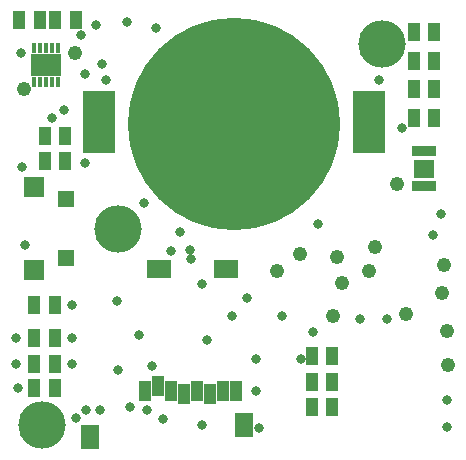
<source format=gbs>
G04 Layer_Color=16711935*
%FSLAX25Y25*%
%MOIN*%
G70*
G01*
G75*
%ADD56R,0.04147X0.06312*%
%ADD73C,0.04800*%
%ADD74R,0.05721X0.05721*%
%ADD75R,0.06706X0.06706*%
%ADD76C,0.15761*%
%ADD77C,0.03300*%
%ADD78R,0.07887X0.06312*%
%ADD79R,0.06312X0.08280*%
%ADD80R,0.03950X0.06706*%
%ADD81R,0.06548X0.06154*%
%ADD82R,0.01981X0.03753*%
%ADD83R,0.10173X0.07299*%
%ADD84R,0.01787X0.03559*%
%ADD85C,0.70800*%
%ADD86R,0.10800X0.20800*%
D56*
X10445Y144500D02*
D03*
X3555D02*
D03*
X107945Y15500D02*
D03*
X101055D02*
D03*
X8555Y22000D02*
D03*
X15445D02*
D03*
X8555Y30000D02*
D03*
X15445D02*
D03*
X8555Y38500D02*
D03*
X15445D02*
D03*
X107945Y24000D02*
D03*
X101055D02*
D03*
X22445Y144500D02*
D03*
X15555D02*
D03*
X18945Y97500D02*
D03*
X12055D02*
D03*
X18945Y106000D02*
D03*
X12055D02*
D03*
X107945Y32500D02*
D03*
X101055D02*
D03*
X135055Y131000D02*
D03*
X141945D02*
D03*
X135055Y112000D02*
D03*
X141945D02*
D03*
X8555Y49500D02*
D03*
X15445D02*
D03*
X141945Y121500D02*
D03*
X135055D02*
D03*
X141945Y140500D02*
D03*
X135055D02*
D03*
D73*
X145000Y63000D02*
D03*
X22000Y133500D02*
D03*
X89500Y61000D02*
D03*
X97000Y66500D02*
D03*
X5000Y121500D02*
D03*
X129500Y90000D02*
D03*
X109500Y65500D02*
D03*
X111000Y57000D02*
D03*
X144500Y53500D02*
D03*
X120000Y61000D02*
D03*
X132500Y46500D02*
D03*
X122000Y69000D02*
D03*
X108000Y46000D02*
D03*
X146000Y41000D02*
D03*
X146500Y29500D02*
D03*
D74*
X19000Y65158D02*
D03*
Y84842D02*
D03*
D75*
X8370Y88779D02*
D03*
Y61221D02*
D03*
D76*
X11000Y9500D02*
D03*
X124500Y136500D02*
D03*
X36500Y75000D02*
D03*
D77*
X24000Y139500D02*
D03*
X4000Y133500D02*
D03*
X32500Y124500D02*
D03*
X31000Y130000D02*
D03*
X57000Y74000D02*
D03*
X25500Y97000D02*
D03*
X60500Y68000D02*
D03*
X60750Y64750D02*
D03*
X54000Y67500D02*
D03*
X126000Y45000D02*
D03*
X117000D02*
D03*
X146000Y18000D02*
D03*
Y9000D02*
D03*
X50000Y120000D02*
D03*
X97500Y31500D02*
D03*
X138500Y95000D02*
D03*
X89500Y87500D02*
D03*
X101500Y40500D02*
D03*
X64500Y56500D02*
D03*
X66000Y38000D02*
D03*
X64500Y9500D02*
D03*
X46000Y14500D02*
D03*
X36000Y51000D02*
D03*
X45500Y96500D02*
D03*
X101000Y94500D02*
D03*
X88000Y110500D02*
D03*
X62500Y98500D02*
D03*
X4500Y95500D02*
D03*
X103000Y76500D02*
D03*
X45000Y83500D02*
D03*
X51500Y11500D02*
D03*
X131000Y108500D02*
D03*
X14500Y112000D02*
D03*
X18500Y114500D02*
D03*
X30500Y14500D02*
D03*
X36500Y28000D02*
D03*
X47780Y29280D02*
D03*
X51500Y130500D02*
D03*
X5500Y69500D02*
D03*
X85500Y140000D02*
D03*
X68500Y137000D02*
D03*
X40500Y15500D02*
D03*
X82500Y21000D02*
D03*
X91000Y46000D02*
D03*
X79500Y52000D02*
D03*
X43500Y39500D02*
D03*
X82500Y31500D02*
D03*
X83500Y8500D02*
D03*
X21000Y49500D02*
D03*
X25500Y126500D02*
D03*
X49000Y142000D02*
D03*
X39500Y144000D02*
D03*
X29000Y143000D02*
D03*
X21000Y38500D02*
D03*
Y30000D02*
D03*
X3000Y22000D02*
D03*
X2500Y30000D02*
D03*
Y38500D02*
D03*
X141500Y73000D02*
D03*
X25850Y14421D02*
D03*
X144000Y80000D02*
D03*
X74500Y46000D02*
D03*
X22500Y12000D02*
D03*
X123500Y124500D02*
D03*
D78*
X50193Y61339D02*
D03*
X72634D02*
D03*
D79*
X27161Y5630D02*
D03*
X78441Y9567D02*
D03*
D80*
X75823Y20787D02*
D03*
X71492D02*
D03*
X67108Y19887D02*
D03*
X62831Y20787D02*
D03*
X58500Y20000D02*
D03*
X54169Y20787D02*
D03*
X49839Y22362D02*
D03*
X45508Y20787D02*
D03*
D81*
X138500Y95000D02*
D03*
D82*
X135547Y100906D02*
D03*
X137516D02*
D03*
X139484D02*
D03*
X141453D02*
D03*
Y89095D02*
D03*
X139484D02*
D03*
X137516D02*
D03*
X135547D02*
D03*
D83*
X12500Y129500D02*
D03*
D84*
X8563Y135110D02*
D03*
X10531D02*
D03*
X12500D02*
D03*
X14469D02*
D03*
X16437D02*
D03*
X8563Y123890D02*
D03*
X10531D02*
D03*
X12500D02*
D03*
X14469D02*
D03*
X16437D02*
D03*
D85*
X75000Y110000D02*
D03*
D86*
X30000Y110500D02*
D03*
X120000D02*
D03*
M02*

</source>
